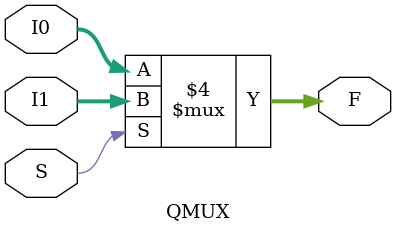
<source format=v>
module QMUX(I0,I1,S,F);
input [3:0] I0,I1;
input S;
output [3:0]F;
reg [3:0]F;
always @ (I0 or I1 or S)
if (S==0)
F=I0;
else 
F=I1;
endmodule 

</source>
